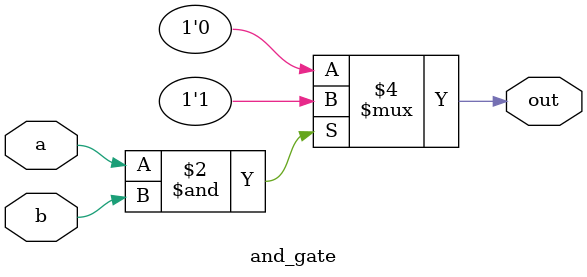
<source format=v>

module and_gate( 
    input a, 
    input b, 
    output out );

    // assing the AND of a and b to out
 always @ (a or b)
 if(a & b)
 out = 1'b1;
 else
 out = 1'b0;

endmodule

</source>
